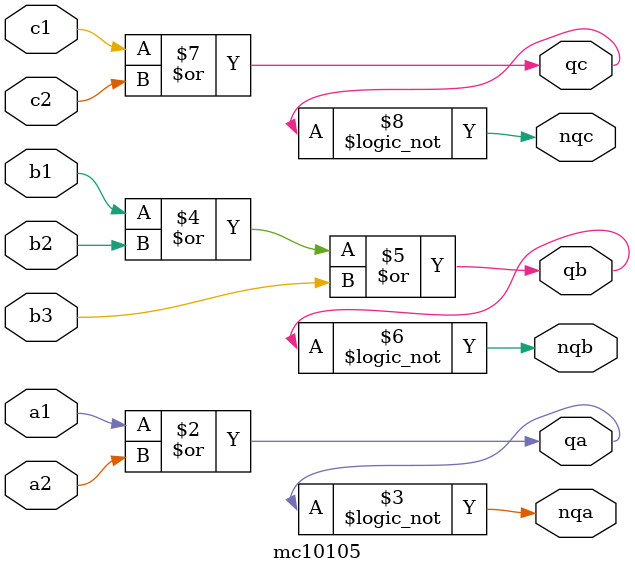
<source format=sv>
module mc10105(input bit a1, a2, b1, b2, b3, c1, c2,
	       output bit qa, nqa,
	       output bit qb, nqb,
	       output bit qc, nqc);
   
   always_comb begin
      qa = a1 | a2;
      nqa = !qa;
      qb = b1 | b2 | b3;
      nqb = !qb;
      qc = c1 | c2;
      nqc = !qc;
   end

endmodule // mc10105

</source>
